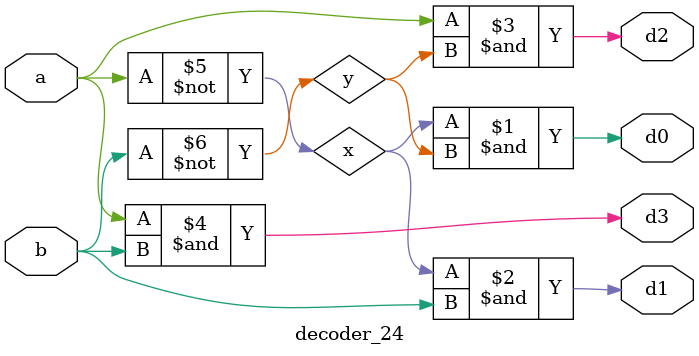
<source format=v>
module decoder_24(
	input a,
	input b,
	output d0,
	output d1,
	output d2,
	output d3
);

wire x,y;

not n0(x,a);
not n1(y,b);

and a0(d0,x,y);
and a1(d1,x,b);
and a2(d2,a,y);
and a3(d3,a,b);

endmodule


</source>
